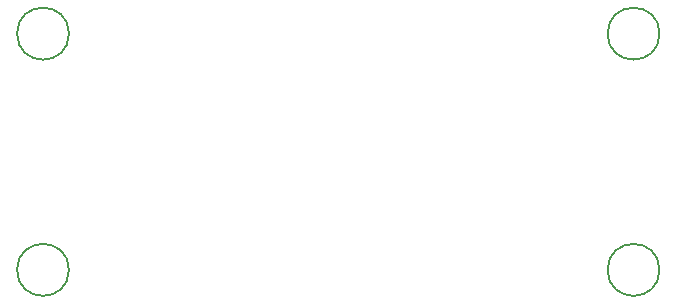
<source format=gbr>
G04 #@! TF.FileFunction,Other,Comment*
%FSLAX46Y46*%
G04 Gerber Fmt 4.6, Leading zero omitted, Abs format (unit mm)*
G04 Created by KiCad (PCBNEW 4.0.1-stable) date 26/09/2016 11:32:38 a. m.*
%MOMM*%
G01*
G04 APERTURE LIST*
%ADD10C,0.100000*%
%ADD11C,0.150000*%
G04 APERTURE END LIST*
D10*
D11*
X172200000Y-95000000D02*
G75*
G03X172200000Y-95000000I-2200000J0D01*
G01*
X172200000Y-115000000D02*
G75*
G03X172200000Y-115000000I-2200000J0D01*
G01*
X122200000Y-115000000D02*
G75*
G03X122200000Y-115000000I-2200000J0D01*
G01*
X122200000Y-95000000D02*
G75*
G03X122200000Y-95000000I-2200000J0D01*
G01*
M02*

</source>
